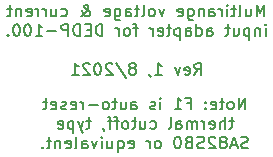
<source format=gbo>
G04 #@! TF.GenerationSoftware,KiCad,Pcbnew,5.1.9-73d0e3b20d~88~ubuntu20.04.1*
G04 #@! TF.CreationDate,2021-08-23T08:34:32+03:00*
G04 #@! TF.ProjectId,multirange_adapter,6d756c74-6972-4616-9e67-655f61646170,rev?*
G04 #@! TF.SameCoordinates,Original*
G04 #@! TF.FileFunction,Legend,Bot*
G04 #@! TF.FilePolarity,Positive*
%FSLAX46Y46*%
G04 Gerber Fmt 4.6, Leading zero omitted, Abs format (unit mm)*
G04 Created by KiCad (PCBNEW 5.1.9-73d0e3b20d~88~ubuntu20.04.1) date 2021-08-23 08:34:32*
%MOMM*%
%LPD*%
G01*
G04 APERTURE LIST*
%ADD10C,0.150000*%
%ADD11C,5.500000*%
%ADD12C,3.000000*%
%ADD13R,3.000000X3.000000*%
G04 APERTURE END LIST*
D10*
X102300000Y-104852380D02*
X102300000Y-103852380D01*
X101728571Y-104852380D01*
X101728571Y-103852380D01*
X101109523Y-104852380D02*
X101204761Y-104804761D01*
X101252380Y-104757142D01*
X101300000Y-104661904D01*
X101300000Y-104376190D01*
X101252380Y-104280952D01*
X101204761Y-104233333D01*
X101109523Y-104185714D01*
X100966666Y-104185714D01*
X100871428Y-104233333D01*
X100823809Y-104280952D01*
X100776190Y-104376190D01*
X100776190Y-104661904D01*
X100823809Y-104757142D01*
X100871428Y-104804761D01*
X100966666Y-104852380D01*
X101109523Y-104852380D01*
X100490476Y-104185714D02*
X100109523Y-104185714D01*
X100347619Y-103852380D02*
X100347619Y-104709523D01*
X100300000Y-104804761D01*
X100204761Y-104852380D01*
X100109523Y-104852380D01*
X99395238Y-104804761D02*
X99490476Y-104852380D01*
X99680952Y-104852380D01*
X99776190Y-104804761D01*
X99823809Y-104709523D01*
X99823809Y-104328571D01*
X99776190Y-104233333D01*
X99680952Y-104185714D01*
X99490476Y-104185714D01*
X99395238Y-104233333D01*
X99347619Y-104328571D01*
X99347619Y-104423809D01*
X99823809Y-104519047D01*
X98919047Y-104757142D02*
X98871428Y-104804761D01*
X98919047Y-104852380D01*
X98966666Y-104804761D01*
X98919047Y-104757142D01*
X98919047Y-104852380D01*
X98919047Y-104233333D02*
X98871428Y-104280952D01*
X98919047Y-104328571D01*
X98966666Y-104280952D01*
X98919047Y-104233333D01*
X98919047Y-104328571D01*
X97347619Y-104328571D02*
X97680952Y-104328571D01*
X97680952Y-104852380D02*
X97680952Y-103852380D01*
X97204761Y-103852380D01*
X96300000Y-104852380D02*
X96871428Y-104852380D01*
X96585714Y-104852380D02*
X96585714Y-103852380D01*
X96680952Y-103995238D01*
X96776190Y-104090476D01*
X96871428Y-104138095D01*
X95109523Y-104852380D02*
X95109523Y-104185714D01*
X95109523Y-103852380D02*
X95157142Y-103900000D01*
X95109523Y-103947619D01*
X95061904Y-103900000D01*
X95109523Y-103852380D01*
X95109523Y-103947619D01*
X94680952Y-104804761D02*
X94585714Y-104852380D01*
X94395238Y-104852380D01*
X94300000Y-104804761D01*
X94252380Y-104709523D01*
X94252380Y-104661904D01*
X94300000Y-104566666D01*
X94395238Y-104519047D01*
X94538095Y-104519047D01*
X94633333Y-104471428D01*
X94680952Y-104376190D01*
X94680952Y-104328571D01*
X94633333Y-104233333D01*
X94538095Y-104185714D01*
X94395238Y-104185714D01*
X94300000Y-104233333D01*
X92633333Y-104852380D02*
X92633333Y-104328571D01*
X92680952Y-104233333D01*
X92776190Y-104185714D01*
X92966666Y-104185714D01*
X93061904Y-104233333D01*
X92633333Y-104804761D02*
X92728571Y-104852380D01*
X92966666Y-104852380D01*
X93061904Y-104804761D01*
X93109523Y-104709523D01*
X93109523Y-104614285D01*
X93061904Y-104519047D01*
X92966666Y-104471428D01*
X92728571Y-104471428D01*
X92633333Y-104423809D01*
X91728571Y-104185714D02*
X91728571Y-104852380D01*
X92157142Y-104185714D02*
X92157142Y-104709523D01*
X92109523Y-104804761D01*
X92014285Y-104852380D01*
X91871428Y-104852380D01*
X91776190Y-104804761D01*
X91728571Y-104757142D01*
X91395238Y-104185714D02*
X91014285Y-104185714D01*
X91252380Y-103852380D02*
X91252380Y-104709523D01*
X91204761Y-104804761D01*
X91109523Y-104852380D01*
X91014285Y-104852380D01*
X90538095Y-104852380D02*
X90633333Y-104804761D01*
X90680952Y-104757142D01*
X90728571Y-104661904D01*
X90728571Y-104376190D01*
X90680952Y-104280952D01*
X90633333Y-104233333D01*
X90538095Y-104185714D01*
X90395238Y-104185714D01*
X90300000Y-104233333D01*
X90252380Y-104280952D01*
X90204761Y-104376190D01*
X90204761Y-104661904D01*
X90252380Y-104757142D01*
X90300000Y-104804761D01*
X90395238Y-104852380D01*
X90538095Y-104852380D01*
X89776190Y-104471428D02*
X89014285Y-104471428D01*
X88538095Y-104852380D02*
X88538095Y-104185714D01*
X88538095Y-104376190D02*
X88490476Y-104280952D01*
X88442857Y-104233333D01*
X88347619Y-104185714D01*
X88252380Y-104185714D01*
X87538095Y-104804761D02*
X87633333Y-104852380D01*
X87823809Y-104852380D01*
X87919047Y-104804761D01*
X87966666Y-104709523D01*
X87966666Y-104328571D01*
X87919047Y-104233333D01*
X87823809Y-104185714D01*
X87633333Y-104185714D01*
X87538095Y-104233333D01*
X87490476Y-104328571D01*
X87490476Y-104423809D01*
X87966666Y-104519047D01*
X87109523Y-104804761D02*
X87014285Y-104852380D01*
X86823809Y-104852380D01*
X86728571Y-104804761D01*
X86680952Y-104709523D01*
X86680952Y-104661904D01*
X86728571Y-104566666D01*
X86823809Y-104519047D01*
X86966666Y-104519047D01*
X87061904Y-104471428D01*
X87109523Y-104376190D01*
X87109523Y-104328571D01*
X87061904Y-104233333D01*
X86966666Y-104185714D01*
X86823809Y-104185714D01*
X86728571Y-104233333D01*
X85871428Y-104804761D02*
X85966666Y-104852380D01*
X86157142Y-104852380D01*
X86252380Y-104804761D01*
X86300000Y-104709523D01*
X86300000Y-104328571D01*
X86252380Y-104233333D01*
X86157142Y-104185714D01*
X85966666Y-104185714D01*
X85871428Y-104233333D01*
X85823809Y-104328571D01*
X85823809Y-104423809D01*
X86300000Y-104519047D01*
X85538095Y-104185714D02*
X85157142Y-104185714D01*
X85395238Y-103852380D02*
X85395238Y-104709523D01*
X85347619Y-104804761D01*
X85252380Y-104852380D01*
X85157142Y-104852380D01*
X101300000Y-105835714D02*
X100919047Y-105835714D01*
X101157142Y-105502380D02*
X101157142Y-106359523D01*
X101109523Y-106454761D01*
X101014285Y-106502380D01*
X100919047Y-106502380D01*
X100585714Y-106502380D02*
X100585714Y-105502380D01*
X100157142Y-106502380D02*
X100157142Y-105978571D01*
X100204761Y-105883333D01*
X100300000Y-105835714D01*
X100442857Y-105835714D01*
X100538095Y-105883333D01*
X100585714Y-105930952D01*
X99300000Y-106454761D02*
X99395238Y-106502380D01*
X99585714Y-106502380D01*
X99680952Y-106454761D01*
X99728571Y-106359523D01*
X99728571Y-105978571D01*
X99680952Y-105883333D01*
X99585714Y-105835714D01*
X99395238Y-105835714D01*
X99300000Y-105883333D01*
X99252380Y-105978571D01*
X99252380Y-106073809D01*
X99728571Y-106169047D01*
X98823809Y-106502380D02*
X98823809Y-105835714D01*
X98823809Y-106026190D02*
X98776190Y-105930952D01*
X98728571Y-105883333D01*
X98633333Y-105835714D01*
X98538095Y-105835714D01*
X98204761Y-106502380D02*
X98204761Y-105835714D01*
X98204761Y-105930952D02*
X98157142Y-105883333D01*
X98061904Y-105835714D01*
X97919047Y-105835714D01*
X97823809Y-105883333D01*
X97776190Y-105978571D01*
X97776190Y-106502380D01*
X97776190Y-105978571D02*
X97728571Y-105883333D01*
X97633333Y-105835714D01*
X97490476Y-105835714D01*
X97395238Y-105883333D01*
X97347619Y-105978571D01*
X97347619Y-106502380D01*
X96442857Y-106502380D02*
X96442857Y-105978571D01*
X96490476Y-105883333D01*
X96585714Y-105835714D01*
X96776190Y-105835714D01*
X96871428Y-105883333D01*
X96442857Y-106454761D02*
X96538095Y-106502380D01*
X96776190Y-106502380D01*
X96871428Y-106454761D01*
X96919047Y-106359523D01*
X96919047Y-106264285D01*
X96871428Y-106169047D01*
X96776190Y-106121428D01*
X96538095Y-106121428D01*
X96442857Y-106073809D01*
X95823809Y-106502380D02*
X95919047Y-106454761D01*
X95966666Y-106359523D01*
X95966666Y-105502380D01*
X94252380Y-106454761D02*
X94347619Y-106502380D01*
X94538095Y-106502380D01*
X94633333Y-106454761D01*
X94680952Y-106407142D01*
X94728571Y-106311904D01*
X94728571Y-106026190D01*
X94680952Y-105930952D01*
X94633333Y-105883333D01*
X94538095Y-105835714D01*
X94347619Y-105835714D01*
X94252380Y-105883333D01*
X93395238Y-105835714D02*
X93395238Y-106502380D01*
X93823809Y-105835714D02*
X93823809Y-106359523D01*
X93776190Y-106454761D01*
X93680952Y-106502380D01*
X93538095Y-106502380D01*
X93442857Y-106454761D01*
X93395238Y-106407142D01*
X93061904Y-105835714D02*
X92680952Y-105835714D01*
X92919047Y-105502380D02*
X92919047Y-106359523D01*
X92871428Y-106454761D01*
X92776190Y-106502380D01*
X92680952Y-106502380D01*
X92204761Y-106502380D02*
X92300000Y-106454761D01*
X92347619Y-106407142D01*
X92395238Y-106311904D01*
X92395238Y-106026190D01*
X92347619Y-105930952D01*
X92300000Y-105883333D01*
X92204761Y-105835714D01*
X92061904Y-105835714D01*
X91966666Y-105883333D01*
X91919047Y-105930952D01*
X91871428Y-106026190D01*
X91871428Y-106311904D01*
X91919047Y-106407142D01*
X91966666Y-106454761D01*
X92061904Y-106502380D01*
X92204761Y-106502380D01*
X91585714Y-105835714D02*
X91204761Y-105835714D01*
X91442857Y-106502380D02*
X91442857Y-105645238D01*
X91395238Y-105550000D01*
X91300000Y-105502380D01*
X91204761Y-105502380D01*
X91014285Y-105835714D02*
X90633333Y-105835714D01*
X90871428Y-106502380D02*
X90871428Y-105645238D01*
X90823809Y-105550000D01*
X90728571Y-105502380D01*
X90633333Y-105502380D01*
X90252380Y-106454761D02*
X90252380Y-106502380D01*
X90300000Y-106597619D01*
X90347619Y-106645238D01*
X89204761Y-105835714D02*
X88823809Y-105835714D01*
X89061904Y-105502380D02*
X89061904Y-106359523D01*
X89014285Y-106454761D01*
X88919047Y-106502380D01*
X88823809Y-106502380D01*
X88585714Y-105835714D02*
X88347619Y-106502380D01*
X88109523Y-105835714D02*
X88347619Y-106502380D01*
X88442857Y-106740476D01*
X88490476Y-106788095D01*
X88585714Y-106835714D01*
X87728571Y-105835714D02*
X87728571Y-106835714D01*
X87728571Y-105883333D02*
X87633333Y-105835714D01*
X87442857Y-105835714D01*
X87347619Y-105883333D01*
X87300000Y-105930952D01*
X87252380Y-106026190D01*
X87252380Y-106311904D01*
X87300000Y-106407142D01*
X87347619Y-106454761D01*
X87442857Y-106502380D01*
X87633333Y-106502380D01*
X87728571Y-106454761D01*
X86442857Y-106454761D02*
X86538095Y-106502380D01*
X86728571Y-106502380D01*
X86823809Y-106454761D01*
X86871428Y-106359523D01*
X86871428Y-105978571D01*
X86823809Y-105883333D01*
X86728571Y-105835714D01*
X86538095Y-105835714D01*
X86442857Y-105883333D01*
X86395238Y-105978571D01*
X86395238Y-106073809D01*
X86871428Y-106169047D01*
X102514285Y-108104761D02*
X102371428Y-108152380D01*
X102133333Y-108152380D01*
X102038095Y-108104761D01*
X101990476Y-108057142D01*
X101942857Y-107961904D01*
X101942857Y-107866666D01*
X101990476Y-107771428D01*
X102038095Y-107723809D01*
X102133333Y-107676190D01*
X102323809Y-107628571D01*
X102419047Y-107580952D01*
X102466666Y-107533333D01*
X102514285Y-107438095D01*
X102514285Y-107342857D01*
X102466666Y-107247619D01*
X102419047Y-107200000D01*
X102323809Y-107152380D01*
X102085714Y-107152380D01*
X101942857Y-107200000D01*
X101561904Y-107866666D02*
X101085714Y-107866666D01*
X101657142Y-108152380D02*
X101323809Y-107152380D01*
X100990476Y-108152380D01*
X100514285Y-107580952D02*
X100609523Y-107533333D01*
X100657142Y-107485714D01*
X100704761Y-107390476D01*
X100704761Y-107342857D01*
X100657142Y-107247619D01*
X100609523Y-107200000D01*
X100514285Y-107152380D01*
X100323809Y-107152380D01*
X100228571Y-107200000D01*
X100180952Y-107247619D01*
X100133333Y-107342857D01*
X100133333Y-107390476D01*
X100180952Y-107485714D01*
X100228571Y-107533333D01*
X100323809Y-107580952D01*
X100514285Y-107580952D01*
X100609523Y-107628571D01*
X100657142Y-107676190D01*
X100704761Y-107771428D01*
X100704761Y-107961904D01*
X100657142Y-108057142D01*
X100609523Y-108104761D01*
X100514285Y-108152380D01*
X100323809Y-108152380D01*
X100228571Y-108104761D01*
X100180952Y-108057142D01*
X100133333Y-107961904D01*
X100133333Y-107771428D01*
X100180952Y-107676190D01*
X100228571Y-107628571D01*
X100323809Y-107580952D01*
X99752380Y-107247619D02*
X99704761Y-107200000D01*
X99609523Y-107152380D01*
X99371428Y-107152380D01*
X99276190Y-107200000D01*
X99228571Y-107247619D01*
X99180952Y-107342857D01*
X99180952Y-107438095D01*
X99228571Y-107580952D01*
X99800000Y-108152380D01*
X99180952Y-108152380D01*
X98800000Y-108104761D02*
X98657142Y-108152380D01*
X98419047Y-108152380D01*
X98323809Y-108104761D01*
X98276190Y-108057142D01*
X98228571Y-107961904D01*
X98228571Y-107866666D01*
X98276190Y-107771428D01*
X98323809Y-107723809D01*
X98419047Y-107676190D01*
X98609523Y-107628571D01*
X98704761Y-107580952D01*
X98752380Y-107533333D01*
X98800000Y-107438095D01*
X98800000Y-107342857D01*
X98752380Y-107247619D01*
X98704761Y-107200000D01*
X98609523Y-107152380D01*
X98371428Y-107152380D01*
X98228571Y-107200000D01*
X97466666Y-107628571D02*
X97323809Y-107676190D01*
X97276190Y-107723809D01*
X97228571Y-107819047D01*
X97228571Y-107961904D01*
X97276190Y-108057142D01*
X97323809Y-108104761D01*
X97419047Y-108152380D01*
X97800000Y-108152380D01*
X97800000Y-107152380D01*
X97466666Y-107152380D01*
X97371428Y-107200000D01*
X97323809Y-107247619D01*
X97276190Y-107342857D01*
X97276190Y-107438095D01*
X97323809Y-107533333D01*
X97371428Y-107580952D01*
X97466666Y-107628571D01*
X97800000Y-107628571D01*
X96609523Y-107152380D02*
X96514285Y-107152380D01*
X96419047Y-107200000D01*
X96371428Y-107247619D01*
X96323809Y-107342857D01*
X96276190Y-107533333D01*
X96276190Y-107771428D01*
X96323809Y-107961904D01*
X96371428Y-108057142D01*
X96419047Y-108104761D01*
X96514285Y-108152380D01*
X96609523Y-108152380D01*
X96704761Y-108104761D01*
X96752380Y-108057142D01*
X96800000Y-107961904D01*
X96847619Y-107771428D01*
X96847619Y-107533333D01*
X96800000Y-107342857D01*
X96752380Y-107247619D01*
X96704761Y-107200000D01*
X96609523Y-107152380D01*
X94942857Y-108152380D02*
X95038095Y-108104761D01*
X95085714Y-108057142D01*
X95133333Y-107961904D01*
X95133333Y-107676190D01*
X95085714Y-107580952D01*
X95038095Y-107533333D01*
X94942857Y-107485714D01*
X94800000Y-107485714D01*
X94704761Y-107533333D01*
X94657142Y-107580952D01*
X94609523Y-107676190D01*
X94609523Y-107961904D01*
X94657142Y-108057142D01*
X94704761Y-108104761D01*
X94800000Y-108152380D01*
X94942857Y-108152380D01*
X94180952Y-108152380D02*
X94180952Y-107485714D01*
X94180952Y-107676190D02*
X94133333Y-107580952D01*
X94085714Y-107533333D01*
X93990476Y-107485714D01*
X93895238Y-107485714D01*
X92419047Y-108104761D02*
X92514285Y-108152380D01*
X92704761Y-108152380D01*
X92800000Y-108104761D01*
X92847619Y-108009523D01*
X92847619Y-107628571D01*
X92800000Y-107533333D01*
X92704761Y-107485714D01*
X92514285Y-107485714D01*
X92419047Y-107533333D01*
X92371428Y-107628571D01*
X92371428Y-107723809D01*
X92847619Y-107819047D01*
X91514285Y-107485714D02*
X91514285Y-108485714D01*
X91514285Y-108104761D02*
X91609523Y-108152380D01*
X91800000Y-108152380D01*
X91895238Y-108104761D01*
X91942857Y-108057142D01*
X91990476Y-107961904D01*
X91990476Y-107676190D01*
X91942857Y-107580952D01*
X91895238Y-107533333D01*
X91800000Y-107485714D01*
X91609523Y-107485714D01*
X91514285Y-107533333D01*
X90609523Y-107485714D02*
X90609523Y-108152380D01*
X91038095Y-107485714D02*
X91038095Y-108009523D01*
X90990476Y-108104761D01*
X90895238Y-108152380D01*
X90752380Y-108152380D01*
X90657142Y-108104761D01*
X90609523Y-108057142D01*
X90133333Y-108152380D02*
X90133333Y-107485714D01*
X90133333Y-107152380D02*
X90180952Y-107200000D01*
X90133333Y-107247619D01*
X90085714Y-107200000D01*
X90133333Y-107152380D01*
X90133333Y-107247619D01*
X89752380Y-107485714D02*
X89514285Y-108152380D01*
X89276190Y-107485714D01*
X88466666Y-108152380D02*
X88466666Y-107628571D01*
X88514285Y-107533333D01*
X88609523Y-107485714D01*
X88800000Y-107485714D01*
X88895238Y-107533333D01*
X88466666Y-108104761D02*
X88561904Y-108152380D01*
X88800000Y-108152380D01*
X88895238Y-108104761D01*
X88942857Y-108009523D01*
X88942857Y-107914285D01*
X88895238Y-107819047D01*
X88800000Y-107771428D01*
X88561904Y-107771428D01*
X88466666Y-107723809D01*
X87847619Y-108152380D02*
X87942857Y-108104761D01*
X87990476Y-108009523D01*
X87990476Y-107152380D01*
X87085714Y-108104761D02*
X87180952Y-108152380D01*
X87371428Y-108152380D01*
X87466666Y-108104761D01*
X87514285Y-108009523D01*
X87514285Y-107628571D01*
X87466666Y-107533333D01*
X87371428Y-107485714D01*
X87180952Y-107485714D01*
X87085714Y-107533333D01*
X87038095Y-107628571D01*
X87038095Y-107723809D01*
X87514285Y-107819047D01*
X86609523Y-107485714D02*
X86609523Y-108152380D01*
X86609523Y-107580952D02*
X86561904Y-107533333D01*
X86466666Y-107485714D01*
X86323809Y-107485714D01*
X86228571Y-107533333D01*
X86180952Y-107628571D01*
X86180952Y-108152380D01*
X85847619Y-107485714D02*
X85466666Y-107485714D01*
X85704761Y-107152380D02*
X85704761Y-108009523D01*
X85657142Y-108104761D01*
X85561904Y-108152380D01*
X85466666Y-108152380D01*
X85133333Y-108057142D02*
X85085714Y-108104761D01*
X85133333Y-108152380D01*
X85180952Y-108104761D01*
X85133333Y-108057142D01*
X85133333Y-108152380D01*
X103909523Y-96977380D02*
X103909523Y-95977380D01*
X103576190Y-96691666D01*
X103242857Y-95977380D01*
X103242857Y-96977380D01*
X102338095Y-96310714D02*
X102338095Y-96977380D01*
X102766666Y-96310714D02*
X102766666Y-96834523D01*
X102719047Y-96929761D01*
X102623809Y-96977380D01*
X102480952Y-96977380D01*
X102385714Y-96929761D01*
X102338095Y-96882142D01*
X101719047Y-96977380D02*
X101814285Y-96929761D01*
X101861904Y-96834523D01*
X101861904Y-95977380D01*
X101480952Y-96310714D02*
X101100000Y-96310714D01*
X101338095Y-95977380D02*
X101338095Y-96834523D01*
X101290476Y-96929761D01*
X101195238Y-96977380D01*
X101100000Y-96977380D01*
X100766666Y-96977380D02*
X100766666Y-96310714D01*
X100766666Y-95977380D02*
X100814285Y-96025000D01*
X100766666Y-96072619D01*
X100719047Y-96025000D01*
X100766666Y-95977380D01*
X100766666Y-96072619D01*
X100290476Y-96977380D02*
X100290476Y-96310714D01*
X100290476Y-96501190D02*
X100242857Y-96405952D01*
X100195238Y-96358333D01*
X100100000Y-96310714D01*
X100004761Y-96310714D01*
X99242857Y-96977380D02*
X99242857Y-96453571D01*
X99290476Y-96358333D01*
X99385714Y-96310714D01*
X99576190Y-96310714D01*
X99671428Y-96358333D01*
X99242857Y-96929761D02*
X99338095Y-96977380D01*
X99576190Y-96977380D01*
X99671428Y-96929761D01*
X99719047Y-96834523D01*
X99719047Y-96739285D01*
X99671428Y-96644047D01*
X99576190Y-96596428D01*
X99338095Y-96596428D01*
X99242857Y-96548809D01*
X98766666Y-96310714D02*
X98766666Y-96977380D01*
X98766666Y-96405952D02*
X98719047Y-96358333D01*
X98623809Y-96310714D01*
X98480952Y-96310714D01*
X98385714Y-96358333D01*
X98338095Y-96453571D01*
X98338095Y-96977380D01*
X97433333Y-96310714D02*
X97433333Y-97120238D01*
X97480952Y-97215476D01*
X97528571Y-97263095D01*
X97623809Y-97310714D01*
X97766666Y-97310714D01*
X97861904Y-97263095D01*
X97433333Y-96929761D02*
X97528571Y-96977380D01*
X97719047Y-96977380D01*
X97814285Y-96929761D01*
X97861904Y-96882142D01*
X97909523Y-96786904D01*
X97909523Y-96501190D01*
X97861904Y-96405952D01*
X97814285Y-96358333D01*
X97719047Y-96310714D01*
X97528571Y-96310714D01*
X97433333Y-96358333D01*
X96576190Y-96929761D02*
X96671428Y-96977380D01*
X96861904Y-96977380D01*
X96957142Y-96929761D01*
X97004761Y-96834523D01*
X97004761Y-96453571D01*
X96957142Y-96358333D01*
X96861904Y-96310714D01*
X96671428Y-96310714D01*
X96576190Y-96358333D01*
X96528571Y-96453571D01*
X96528571Y-96548809D01*
X97004761Y-96644047D01*
X95433333Y-96310714D02*
X95195238Y-96977380D01*
X94957142Y-96310714D01*
X94433333Y-96977380D02*
X94528571Y-96929761D01*
X94576190Y-96882142D01*
X94623809Y-96786904D01*
X94623809Y-96501190D01*
X94576190Y-96405952D01*
X94528571Y-96358333D01*
X94433333Y-96310714D01*
X94290476Y-96310714D01*
X94195238Y-96358333D01*
X94147619Y-96405952D01*
X94100000Y-96501190D01*
X94100000Y-96786904D01*
X94147619Y-96882142D01*
X94195238Y-96929761D01*
X94290476Y-96977380D01*
X94433333Y-96977380D01*
X93528571Y-96977380D02*
X93623809Y-96929761D01*
X93671428Y-96834523D01*
X93671428Y-95977380D01*
X93290476Y-96310714D02*
X92909523Y-96310714D01*
X93147619Y-95977380D02*
X93147619Y-96834523D01*
X93100000Y-96929761D01*
X93004761Y-96977380D01*
X92909523Y-96977380D01*
X92147619Y-96977380D02*
X92147619Y-96453571D01*
X92195238Y-96358333D01*
X92290476Y-96310714D01*
X92480952Y-96310714D01*
X92576190Y-96358333D01*
X92147619Y-96929761D02*
X92242857Y-96977380D01*
X92480952Y-96977380D01*
X92576190Y-96929761D01*
X92623809Y-96834523D01*
X92623809Y-96739285D01*
X92576190Y-96644047D01*
X92480952Y-96596428D01*
X92242857Y-96596428D01*
X92147619Y-96548809D01*
X91242857Y-96310714D02*
X91242857Y-97120238D01*
X91290476Y-97215476D01*
X91338095Y-97263095D01*
X91433333Y-97310714D01*
X91576190Y-97310714D01*
X91671428Y-97263095D01*
X91242857Y-96929761D02*
X91338095Y-96977380D01*
X91528571Y-96977380D01*
X91623809Y-96929761D01*
X91671428Y-96882142D01*
X91719047Y-96786904D01*
X91719047Y-96501190D01*
X91671428Y-96405952D01*
X91623809Y-96358333D01*
X91528571Y-96310714D01*
X91338095Y-96310714D01*
X91242857Y-96358333D01*
X90385714Y-96929761D02*
X90480952Y-96977380D01*
X90671428Y-96977380D01*
X90766666Y-96929761D01*
X90814285Y-96834523D01*
X90814285Y-96453571D01*
X90766666Y-96358333D01*
X90671428Y-96310714D01*
X90480952Y-96310714D01*
X90385714Y-96358333D01*
X90338095Y-96453571D01*
X90338095Y-96548809D01*
X90814285Y-96644047D01*
X88338095Y-96977380D02*
X88385714Y-96977380D01*
X88480952Y-96929761D01*
X88623809Y-96786904D01*
X88861904Y-96501190D01*
X88957142Y-96358333D01*
X89004761Y-96215476D01*
X89004761Y-96120238D01*
X88957142Y-96025000D01*
X88861904Y-95977380D01*
X88814285Y-95977380D01*
X88719047Y-96025000D01*
X88671428Y-96120238D01*
X88671428Y-96167857D01*
X88719047Y-96263095D01*
X88766666Y-96310714D01*
X89052380Y-96501190D01*
X89100000Y-96548809D01*
X89147619Y-96644047D01*
X89147619Y-96786904D01*
X89100000Y-96882142D01*
X89052380Y-96929761D01*
X88957142Y-96977380D01*
X88814285Y-96977380D01*
X88719047Y-96929761D01*
X88671428Y-96882142D01*
X88528571Y-96691666D01*
X88480952Y-96548809D01*
X88480952Y-96453571D01*
X86719047Y-96929761D02*
X86814285Y-96977380D01*
X87004761Y-96977380D01*
X87100000Y-96929761D01*
X87147619Y-96882142D01*
X87195238Y-96786904D01*
X87195238Y-96501190D01*
X87147619Y-96405952D01*
X87100000Y-96358333D01*
X87004761Y-96310714D01*
X86814285Y-96310714D01*
X86719047Y-96358333D01*
X85861904Y-96310714D02*
X85861904Y-96977380D01*
X86290476Y-96310714D02*
X86290476Y-96834523D01*
X86242857Y-96929761D01*
X86147619Y-96977380D01*
X86004761Y-96977380D01*
X85909523Y-96929761D01*
X85861904Y-96882142D01*
X85385714Y-96977380D02*
X85385714Y-96310714D01*
X85385714Y-96501190D02*
X85338095Y-96405952D01*
X85290476Y-96358333D01*
X85195238Y-96310714D01*
X85100000Y-96310714D01*
X84766666Y-96977380D02*
X84766666Y-96310714D01*
X84766666Y-96501190D02*
X84719047Y-96405952D01*
X84671428Y-96358333D01*
X84576190Y-96310714D01*
X84480952Y-96310714D01*
X83766666Y-96929761D02*
X83861904Y-96977380D01*
X84052380Y-96977380D01*
X84147619Y-96929761D01*
X84195238Y-96834523D01*
X84195238Y-96453571D01*
X84147619Y-96358333D01*
X84052380Y-96310714D01*
X83861904Y-96310714D01*
X83766666Y-96358333D01*
X83719047Y-96453571D01*
X83719047Y-96548809D01*
X84195238Y-96644047D01*
X83290476Y-96310714D02*
X83290476Y-96977380D01*
X83290476Y-96405952D02*
X83242857Y-96358333D01*
X83147619Y-96310714D01*
X83004761Y-96310714D01*
X82909523Y-96358333D01*
X82861904Y-96453571D01*
X82861904Y-96977380D01*
X82528571Y-96310714D02*
X82147619Y-96310714D01*
X82385714Y-95977380D02*
X82385714Y-96834523D01*
X82338095Y-96929761D01*
X82242857Y-96977380D01*
X82147619Y-96977380D01*
X104004761Y-98627380D02*
X104004761Y-97960714D01*
X104004761Y-97627380D02*
X104052380Y-97675000D01*
X104004761Y-97722619D01*
X103957142Y-97675000D01*
X104004761Y-97627380D01*
X104004761Y-97722619D01*
X103528571Y-97960714D02*
X103528571Y-98627380D01*
X103528571Y-98055952D02*
X103480952Y-98008333D01*
X103385714Y-97960714D01*
X103242857Y-97960714D01*
X103147619Y-98008333D01*
X103100000Y-98103571D01*
X103100000Y-98627380D01*
X102623809Y-97960714D02*
X102623809Y-98960714D01*
X102623809Y-98008333D02*
X102528571Y-97960714D01*
X102338095Y-97960714D01*
X102242857Y-98008333D01*
X102195238Y-98055952D01*
X102147619Y-98151190D01*
X102147619Y-98436904D01*
X102195238Y-98532142D01*
X102242857Y-98579761D01*
X102338095Y-98627380D01*
X102528571Y-98627380D01*
X102623809Y-98579761D01*
X101290476Y-97960714D02*
X101290476Y-98627380D01*
X101719047Y-97960714D02*
X101719047Y-98484523D01*
X101671428Y-98579761D01*
X101576190Y-98627380D01*
X101433333Y-98627380D01*
X101338095Y-98579761D01*
X101290476Y-98532142D01*
X100957142Y-97960714D02*
X100576190Y-97960714D01*
X100814285Y-97627380D02*
X100814285Y-98484523D01*
X100766666Y-98579761D01*
X100671428Y-98627380D01*
X100576190Y-98627380D01*
X99052380Y-98627380D02*
X99052380Y-98103571D01*
X99100000Y-98008333D01*
X99195238Y-97960714D01*
X99385714Y-97960714D01*
X99480952Y-98008333D01*
X99052380Y-98579761D02*
X99147619Y-98627380D01*
X99385714Y-98627380D01*
X99480952Y-98579761D01*
X99528571Y-98484523D01*
X99528571Y-98389285D01*
X99480952Y-98294047D01*
X99385714Y-98246428D01*
X99147619Y-98246428D01*
X99052380Y-98198809D01*
X98147619Y-98627380D02*
X98147619Y-97627380D01*
X98147619Y-98579761D02*
X98242857Y-98627380D01*
X98433333Y-98627380D01*
X98528571Y-98579761D01*
X98576190Y-98532142D01*
X98623809Y-98436904D01*
X98623809Y-98151190D01*
X98576190Y-98055952D01*
X98528571Y-98008333D01*
X98433333Y-97960714D01*
X98242857Y-97960714D01*
X98147619Y-98008333D01*
X97242857Y-98627380D02*
X97242857Y-98103571D01*
X97290476Y-98008333D01*
X97385714Y-97960714D01*
X97576190Y-97960714D01*
X97671428Y-98008333D01*
X97242857Y-98579761D02*
X97338095Y-98627380D01*
X97576190Y-98627380D01*
X97671428Y-98579761D01*
X97719047Y-98484523D01*
X97719047Y-98389285D01*
X97671428Y-98294047D01*
X97576190Y-98246428D01*
X97338095Y-98246428D01*
X97242857Y-98198809D01*
X96766666Y-97960714D02*
X96766666Y-98960714D01*
X96766666Y-98008333D02*
X96671428Y-97960714D01*
X96480952Y-97960714D01*
X96385714Y-98008333D01*
X96338095Y-98055952D01*
X96290476Y-98151190D01*
X96290476Y-98436904D01*
X96338095Y-98532142D01*
X96385714Y-98579761D01*
X96480952Y-98627380D01*
X96671428Y-98627380D01*
X96766666Y-98579761D01*
X96004761Y-97960714D02*
X95623809Y-97960714D01*
X95861904Y-97627380D02*
X95861904Y-98484523D01*
X95814285Y-98579761D01*
X95719047Y-98627380D01*
X95623809Y-98627380D01*
X94909523Y-98579761D02*
X95004761Y-98627380D01*
X95195238Y-98627380D01*
X95290476Y-98579761D01*
X95338095Y-98484523D01*
X95338095Y-98103571D01*
X95290476Y-98008333D01*
X95195238Y-97960714D01*
X95004761Y-97960714D01*
X94909523Y-98008333D01*
X94861904Y-98103571D01*
X94861904Y-98198809D01*
X95338095Y-98294047D01*
X94433333Y-98627380D02*
X94433333Y-97960714D01*
X94433333Y-98151190D02*
X94385714Y-98055952D01*
X94338095Y-98008333D01*
X94242857Y-97960714D01*
X94147619Y-97960714D01*
X93195238Y-97960714D02*
X92814285Y-97960714D01*
X93052380Y-98627380D02*
X93052380Y-97770238D01*
X93004761Y-97675000D01*
X92909523Y-97627380D01*
X92814285Y-97627380D01*
X92338095Y-98627380D02*
X92433333Y-98579761D01*
X92480952Y-98532142D01*
X92528571Y-98436904D01*
X92528571Y-98151190D01*
X92480952Y-98055952D01*
X92433333Y-98008333D01*
X92338095Y-97960714D01*
X92195238Y-97960714D01*
X92100000Y-98008333D01*
X92052380Y-98055952D01*
X92004761Y-98151190D01*
X92004761Y-98436904D01*
X92052380Y-98532142D01*
X92100000Y-98579761D01*
X92195238Y-98627380D01*
X92338095Y-98627380D01*
X91576190Y-98627380D02*
X91576190Y-97960714D01*
X91576190Y-98151190D02*
X91528571Y-98055952D01*
X91480952Y-98008333D01*
X91385714Y-97960714D01*
X91290476Y-97960714D01*
X90195238Y-98627380D02*
X90195238Y-97627380D01*
X89957142Y-97627380D01*
X89814285Y-97675000D01*
X89719047Y-97770238D01*
X89671428Y-97865476D01*
X89623809Y-98055952D01*
X89623809Y-98198809D01*
X89671428Y-98389285D01*
X89719047Y-98484523D01*
X89814285Y-98579761D01*
X89957142Y-98627380D01*
X90195238Y-98627380D01*
X89195238Y-98103571D02*
X88861904Y-98103571D01*
X88719047Y-98627380D02*
X89195238Y-98627380D01*
X89195238Y-97627380D01*
X88719047Y-97627380D01*
X88290476Y-98627380D02*
X88290476Y-97627380D01*
X88052380Y-97627380D01*
X87909523Y-97675000D01*
X87814285Y-97770238D01*
X87766666Y-97865476D01*
X87719047Y-98055952D01*
X87719047Y-98198809D01*
X87766666Y-98389285D01*
X87814285Y-98484523D01*
X87909523Y-98579761D01*
X88052380Y-98627380D01*
X88290476Y-98627380D01*
X87290476Y-98627380D02*
X87290476Y-97627380D01*
X86909523Y-97627380D01*
X86814285Y-97675000D01*
X86766666Y-97722619D01*
X86719047Y-97817857D01*
X86719047Y-97960714D01*
X86766666Y-98055952D01*
X86814285Y-98103571D01*
X86909523Y-98151190D01*
X87290476Y-98151190D01*
X86290476Y-98246428D02*
X85528571Y-98246428D01*
X84528571Y-98627380D02*
X85100000Y-98627380D01*
X84814285Y-98627380D02*
X84814285Y-97627380D01*
X84909523Y-97770238D01*
X85004761Y-97865476D01*
X85100000Y-97913095D01*
X83909523Y-97627380D02*
X83814285Y-97627380D01*
X83719047Y-97675000D01*
X83671428Y-97722619D01*
X83623809Y-97817857D01*
X83576190Y-98008333D01*
X83576190Y-98246428D01*
X83623809Y-98436904D01*
X83671428Y-98532142D01*
X83719047Y-98579761D01*
X83814285Y-98627380D01*
X83909523Y-98627380D01*
X84004761Y-98579761D01*
X84052380Y-98532142D01*
X84100000Y-98436904D01*
X84147619Y-98246428D01*
X84147619Y-98008333D01*
X84100000Y-97817857D01*
X84052380Y-97722619D01*
X84004761Y-97675000D01*
X83909523Y-97627380D01*
X82957142Y-97627380D02*
X82861904Y-97627380D01*
X82766666Y-97675000D01*
X82719047Y-97722619D01*
X82671428Y-97817857D01*
X82623809Y-98008333D01*
X82623809Y-98246428D01*
X82671428Y-98436904D01*
X82719047Y-98532142D01*
X82766666Y-98579761D01*
X82861904Y-98627380D01*
X82957142Y-98627380D01*
X83052380Y-98579761D01*
X83100000Y-98532142D01*
X83147619Y-98436904D01*
X83195238Y-98246428D01*
X83195238Y-98008333D01*
X83147619Y-97817857D01*
X83100000Y-97722619D01*
X83052380Y-97675000D01*
X82957142Y-97627380D01*
X82195238Y-98532142D02*
X82147619Y-98579761D01*
X82195238Y-98627380D01*
X82242857Y-98579761D01*
X82195238Y-98532142D01*
X82195238Y-98627380D01*
X97980952Y-101927380D02*
X98314285Y-101451190D01*
X98552380Y-101927380D02*
X98552380Y-100927380D01*
X98171428Y-100927380D01*
X98076190Y-100975000D01*
X98028571Y-101022619D01*
X97980952Y-101117857D01*
X97980952Y-101260714D01*
X98028571Y-101355952D01*
X98076190Y-101403571D01*
X98171428Y-101451190D01*
X98552380Y-101451190D01*
X97171428Y-101879761D02*
X97266666Y-101927380D01*
X97457142Y-101927380D01*
X97552380Y-101879761D01*
X97600000Y-101784523D01*
X97600000Y-101403571D01*
X97552380Y-101308333D01*
X97457142Y-101260714D01*
X97266666Y-101260714D01*
X97171428Y-101308333D01*
X97123809Y-101403571D01*
X97123809Y-101498809D01*
X97600000Y-101594047D01*
X96790476Y-101260714D02*
X96552380Y-101927380D01*
X96314285Y-101260714D01*
X94647619Y-101927380D02*
X95219047Y-101927380D01*
X94933333Y-101927380D02*
X94933333Y-100927380D01*
X95028571Y-101070238D01*
X95123809Y-101165476D01*
X95219047Y-101213095D01*
X94171428Y-101879761D02*
X94171428Y-101927380D01*
X94219047Y-102022619D01*
X94266666Y-102070238D01*
X92838095Y-101355952D02*
X92933333Y-101308333D01*
X92980952Y-101260714D01*
X93028571Y-101165476D01*
X93028571Y-101117857D01*
X92980952Y-101022619D01*
X92933333Y-100975000D01*
X92838095Y-100927380D01*
X92647619Y-100927380D01*
X92552380Y-100975000D01*
X92504761Y-101022619D01*
X92457142Y-101117857D01*
X92457142Y-101165476D01*
X92504761Y-101260714D01*
X92552380Y-101308333D01*
X92647619Y-101355952D01*
X92838095Y-101355952D01*
X92933333Y-101403571D01*
X92980952Y-101451190D01*
X93028571Y-101546428D01*
X93028571Y-101736904D01*
X92980952Y-101832142D01*
X92933333Y-101879761D01*
X92838095Y-101927380D01*
X92647619Y-101927380D01*
X92552380Y-101879761D01*
X92504761Y-101832142D01*
X92457142Y-101736904D01*
X92457142Y-101546428D01*
X92504761Y-101451190D01*
X92552380Y-101403571D01*
X92647619Y-101355952D01*
X91314285Y-100879761D02*
X92171428Y-102165476D01*
X91028571Y-101022619D02*
X90980952Y-100975000D01*
X90885714Y-100927380D01*
X90647619Y-100927380D01*
X90552380Y-100975000D01*
X90504761Y-101022619D01*
X90457142Y-101117857D01*
X90457142Y-101213095D01*
X90504761Y-101355952D01*
X91076190Y-101927380D01*
X90457142Y-101927380D01*
X89838095Y-100927380D02*
X89742857Y-100927380D01*
X89647619Y-100975000D01*
X89600000Y-101022619D01*
X89552380Y-101117857D01*
X89504761Y-101308333D01*
X89504761Y-101546428D01*
X89552380Y-101736904D01*
X89600000Y-101832142D01*
X89647619Y-101879761D01*
X89742857Y-101927380D01*
X89838095Y-101927380D01*
X89933333Y-101879761D01*
X89980952Y-101832142D01*
X90028571Y-101736904D01*
X90076190Y-101546428D01*
X90076190Y-101308333D01*
X90028571Y-101117857D01*
X89980952Y-101022619D01*
X89933333Y-100975000D01*
X89838095Y-100927380D01*
X89123809Y-101022619D02*
X89076190Y-100975000D01*
X88980952Y-100927380D01*
X88742857Y-100927380D01*
X88647619Y-100975000D01*
X88600000Y-101022619D01*
X88552380Y-101117857D01*
X88552380Y-101213095D01*
X88600000Y-101355952D01*
X89171428Y-101927380D01*
X88552380Y-101927380D01*
X87600000Y-101927380D02*
X88171428Y-101927380D01*
X87885714Y-101927380D02*
X87885714Y-100927380D01*
X87980952Y-101070238D01*
X88076190Y-101165476D01*
X88171428Y-101213095D01*
%LPC*%
D11*
G04 #@! TO.C,H4*
X107300000Y-114500000D03*
G04 #@! TD*
G04 #@! TO.C,H3*
X107600000Y-91500000D03*
G04 #@! TD*
G04 #@! TO.C,H2*
X86000000Y-114500000D03*
G04 #@! TD*
G04 #@! TO.C,H1*
X86000000Y-91500000D03*
G04 #@! TD*
D12*
G04 #@! TO.C,J1*
X76500000Y-113120000D03*
X76500000Y-108040000D03*
D13*
X76500000Y-92800000D03*
D12*
X76500000Y-102960000D03*
X76500000Y-97880000D03*
G04 #@! TD*
M02*

</source>
